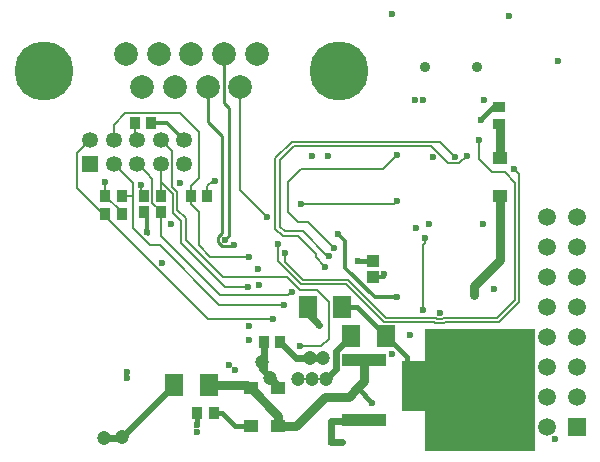
<source format=gbl>
G04 Layer_Physical_Order=4*
G04 Layer_Color=16711680*
%FSLAX44Y44*%
%MOMM*%
G71*
G01*
G75*
%ADD17R,1.1000X1.0500*%
%ADD20R,1.0500X0.9000*%
%ADD22R,0.9000X1.0500*%
%ADD30C,0.3000*%
%ADD31C,0.2000*%
%ADD32C,0.4000*%
%ADD33C,0.6000*%
%ADD34C,0.8000*%
%ADD35C,0.2500*%
%ADD36C,1.3500*%
%ADD37R,1.3500X1.3500*%
%ADD38C,2.0000*%
%ADD39C,5.0000*%
%ADD40R,1.5000X1.5000*%
%ADD41C,1.5000*%
%ADD42C,0.9000*%
%ADD43C,0.6000*%
%ADD44C,1.2000*%
%ADD59R,1.2000X1.1000*%
%ADD60R,1.6000X1.9000*%
%ADD61R,3.8000X1.0000*%
%ADD62R,9.3000X10.4000*%
%ADD63C,0.1524*%
%ADD64R,2.5000X4.2000*%
D17*
X309000Y152250D02*
D03*
Y165750D02*
D03*
D20*
X415000Y296000D02*
D03*
Y282000D02*
D03*
D22*
X154250Y221000D02*
D03*
X168250D02*
D03*
X128786Y207000D02*
D03*
X114786D02*
D03*
X129000Y221000D02*
D03*
X115000D02*
D03*
X82000Y206000D02*
D03*
X96000D02*
D03*
X96000Y221000D02*
D03*
X82000D02*
D03*
X174000Y37000D02*
D03*
X160000D02*
D03*
X216000Y97000D02*
D03*
X230000D02*
D03*
X107000Y283000D02*
D03*
X121000D02*
D03*
D30*
X114786Y208000D02*
X117000Y205786D01*
Y190000D02*
Y205786D01*
Y190000D02*
X118000Y189000D01*
X134000Y283000D02*
X149000Y268000D01*
X121000Y283000D02*
X134000D01*
X318250Y152250D02*
Y154750D01*
X310000Y135000D02*
X329000D01*
X285000Y160000D02*
X310000Y135000D01*
X285000Y160000D02*
Y183000D01*
X279000Y189000D02*
X285000Y183000D01*
X309000Y152250D02*
X318250D01*
D31*
X128000Y179000D02*
X178000Y129000D01*
X120188Y179000D02*
X128000D01*
X105000Y194188D02*
X120188Y179000D01*
X178000Y129000D02*
X233000D01*
X105000Y194188D02*
Y221000D01*
X287460Y149524D02*
X319436Y117548D01*
X286000Y146000D02*
X317976Y114024D01*
X409000Y241000D02*
X420000D01*
X429000Y232000D01*
X168250Y229250D02*
X173000Y234000D01*
X168250Y221000D02*
Y229250D01*
X161000Y179000D02*
Y207000D01*
X154250Y213750D02*
X161000Y207000D01*
X154250Y213750D02*
Y221000D01*
Y229250D01*
X161000Y236000D01*
Y275000D01*
X138274Y228726D02*
X140000Y227000D01*
X150000Y184000D02*
Y202000D01*
X150000D02*
X150000D01*
X143024Y208976D02*
X150000Y202000D01*
X143024Y208976D02*
Y223960D01*
X140000Y226984D02*
X143024Y223960D01*
X140000Y226984D02*
Y227000D01*
X146000Y181000D02*
Y200000D01*
X129000Y233000D02*
X139500Y222500D01*
Y206500D02*
X146000Y200000D01*
X139500Y206500D02*
Y222500D01*
X82000Y221000D02*
Y233000D01*
X105000Y221000D02*
Y232000D01*
X96000Y221000D02*
X105000D01*
X82000D02*
X96000Y207000D01*
X169000Y117000D02*
X224000D01*
X58000Y228000D02*
Y257000D01*
X89000Y248000D02*
X105000Y232000D01*
X112000Y224000D02*
Y230000D01*
Y224000D02*
X115000Y221000D01*
X131500Y184500D02*
X179000Y137000D01*
X146000Y181000D02*
X183000Y144000D01*
X129000Y221000D02*
Y233000D01*
Y248000D01*
X150000Y184000D02*
X182000Y152000D01*
X183000Y144000D02*
X203000D01*
X138274Y228726D02*
Y258726D01*
X107000Y270000D02*
X109000Y268000D01*
X107000Y270000D02*
Y283000D01*
X145226Y290774D02*
X161000Y275000D01*
X98774Y290774D02*
X145226D01*
X89000Y268000D02*
Y281000D01*
X98774Y290774D01*
X109000Y248000D02*
X117000Y240000D01*
X265000Y94000D02*
X271000Y100000D01*
X247000Y94000D02*
X265000D01*
X58000Y257000D02*
X69000Y268000D01*
X271000Y100000D02*
Y131000D01*
X261000Y141000D02*
X271000Y131000D01*
X247000Y141000D02*
X261000D01*
X236000Y152000D02*
X247000Y141000D01*
X182000Y152000D02*
X236000D01*
X179000Y137000D02*
X237000D01*
X240000Y140000D01*
X161000Y179000D02*
X171000Y169000D01*
X204000D01*
X234000Y164985D02*
Y173000D01*
Y164985D02*
X234000Y164985D01*
X228000Y166000D02*
X248000Y146000D01*
X228000Y166000D02*
Y180000D01*
X234000Y164984D02*
X234000Y164985D01*
X234000Y164984D02*
X249460Y149524D01*
X129000Y268000D02*
X138274Y258726D01*
X196400Y225600D02*
Y312800D01*
Y225600D02*
X218500Y203500D01*
X226000Y193343D02*
Y252657D01*
X230000Y195000D02*
Y251000D01*
X326524Y214524D02*
X329000Y217000D01*
X247524Y214524D02*
X326524D01*
X351000Y124000D02*
Y179000D01*
X352999Y180999D02*
Y185000D01*
X351000Y179000D02*
X352999Y180999D01*
X356000Y196688D02*
Y197000D01*
X226000Y193343D02*
X232343Y187000D01*
X230000Y251000D02*
X242000Y263000D01*
X226000Y252657D02*
X240343Y267000D01*
X232343Y187000D02*
X245000D01*
X260000Y169000D02*
Y172000D01*
X245000Y187000D02*
X260000Y172000D01*
X245000Y199000D02*
X253999D01*
X237000Y207000D02*
X245000Y199000D01*
X237000Y207000D02*
Y233000D01*
X248000Y244000D01*
X317000D01*
X329000Y256000D01*
X248000Y146000D02*
X286000D01*
X249460Y149524D02*
X287460D01*
X429000Y133000D02*
Y232000D01*
X428000Y244000D02*
X432524Y239476D01*
Y131540D02*
Y239476D01*
X398000Y252000D02*
X409000Y241000D01*
X398000Y252000D02*
Y268000D01*
X230000Y195000D02*
X234000Y191000D01*
X249000D01*
X270000Y170000D01*
X253999Y199000D02*
X275999Y177000D01*
X260000Y169000D02*
X268000Y161000D01*
X270000Y170000D02*
X271000D01*
X242000Y263000D02*
X358000D01*
X240343Y267000D02*
X365000D01*
X378000Y254000D01*
X372524Y248476D02*
X381476D01*
X388000Y255000D01*
X358000Y263000D02*
X372524Y248476D01*
X413548Y117548D02*
X429000Y133000D01*
X319436Y117548D02*
X361640D01*
X362712Y116476D01*
X367288D01*
X368360Y117548D01*
X413548D01*
X317976Y114024D02*
X360180D01*
X361252Y112952D01*
X368748D01*
X369820Y114024D01*
X415008D01*
X432524Y131540D01*
X58000Y228000D02*
X169000Y117000D01*
X96000Y207000D02*
X96000D01*
D32*
X294750Y127000D02*
X319750Y102000D01*
X282750Y127000D02*
X294750D01*
X410000Y296000D02*
X415000D01*
X400000Y286000D02*
X410000Y296000D01*
X400000Y285000D02*
Y286000D01*
X295000Y58000D02*
X296000D01*
X308000Y46000D01*
X337000Y80000D02*
Y84750D01*
X319750Y102000D02*
X337000Y84750D01*
X296250Y165750D02*
X309000D01*
X160000Y27000D02*
Y37000D01*
X174000D02*
X181000D01*
X192000Y26000D01*
X205000D01*
D33*
X253250Y121750D02*
X263000Y112000D01*
X253250Y121750D02*
Y127000D01*
X255000Y84000D02*
X266000D01*
X255000Y84000D02*
X255000Y84000D01*
X273000Y28000D02*
Y30000D01*
Y20000D02*
Y28000D01*
Y13000D02*
Y20000D01*
Y13000D02*
X282000D01*
X273000Y30000D02*
X300600D01*
X301000Y29600D01*
X95250Y16000D02*
X96250Y17000D01*
X81000Y16000D02*
X95250D01*
X96250Y17000D02*
X140250Y61000D01*
X226000Y58000D02*
X228000D01*
X230000Y97000D02*
X243000Y84000D01*
X255000D01*
X215000Y74000D02*
Y80000D01*
X228000Y58000D02*
Y61000D01*
X269000Y66000D02*
X277476Y74476D01*
Y89274D01*
X290202Y102000D02*
X290250D01*
X277476Y89274D02*
X290202Y102000D01*
X215000Y74000D02*
X228000Y61000D01*
X216000Y74000D02*
Y97000D01*
D34*
X295000Y58000D02*
X301000Y64000D01*
X288000Y51000D02*
X295000Y58000D01*
X394000Y137000D02*
Y145000D01*
X416000Y167000D01*
Y221000D01*
X301000Y64000D02*
Y80400D01*
X268000Y51000D02*
X288000D01*
X243000Y26000D02*
X268000Y51000D01*
X228000Y26000D02*
X243000D01*
X202000Y61000D02*
X205000Y58000D01*
X169750Y61000D02*
X202000D01*
X415000Y222000D02*
X416000Y221000D01*
Y253000D02*
Y281000D01*
X415000Y282000D02*
X416000Y281000D01*
X205000Y58000D02*
X228000Y35000D01*
Y26000D02*
Y35000D01*
D35*
X180608Y236557D02*
Y271534D01*
Y236557D02*
X180774Y236392D01*
Y231608D02*
Y236392D01*
X180608Y231443D02*
X180774Y231608D01*
X180608Y189774D02*
Y231443D01*
X177226Y186392D02*
X180608Y189774D01*
X177226Y181608D02*
Y186392D01*
Y181608D02*
X180608Y178226D01*
X168700Y283443D02*
X180608Y271534D01*
X182550Y299450D02*
X187000Y295000D01*
Y188000D02*
Y295000D01*
X183000Y184000D02*
X187000Y188000D01*
X180608Y178226D02*
X190226D01*
X191000Y179000D01*
X168700Y283443D02*
Y312800D01*
X182550Y299450D02*
Y341200D01*
D36*
X149000Y268000D02*
D03*
X129000D02*
D03*
X109000D02*
D03*
X89000D02*
D03*
X69000D02*
D03*
X149000Y248000D02*
D03*
X129000D02*
D03*
X109000D02*
D03*
X89000D02*
D03*
D37*
X69000D02*
D03*
D38*
X99450Y341200D02*
D03*
X127150D02*
D03*
X154850D02*
D03*
X182550D02*
D03*
X210250D02*
D03*
X113300Y312800D02*
D03*
X141000D02*
D03*
X168700D02*
D03*
X196400D02*
D03*
D39*
X29900Y327000D02*
D03*
X279800D02*
D03*
D40*
X481000Y25600D02*
D03*
D41*
X455600D02*
D03*
X481000Y51000D02*
D03*
X455600D02*
D03*
X481000Y76400D02*
D03*
X455600D02*
D03*
X481000Y101800D02*
D03*
X455600D02*
D03*
X481000Y127200D02*
D03*
X455600D02*
D03*
X481000Y152600D02*
D03*
X455600D02*
D03*
X481000Y178000D02*
D03*
X455600D02*
D03*
X481000Y203400D02*
D03*
X455600D02*
D03*
D42*
X396250Y330500D02*
D03*
X352250D02*
D03*
D43*
X462950Y14950D02*
D03*
X130000Y164000D02*
D03*
X325000Y87000D02*
D03*
X400000Y285000D02*
D03*
X403000Y302000D02*
D03*
X308000Y46000D02*
D03*
X348269Y51530D02*
D03*
X341159D02*
D03*
X394000Y137000D02*
D03*
X365000Y122000D02*
D03*
X340000Y103000D02*
D03*
X348269Y72860D02*
D03*
Y65750D02*
D03*
Y58640D02*
D03*
X341159Y72860D02*
D03*
Y65750D02*
D03*
Y58640D02*
D03*
X273000Y20000D02*
D03*
Y28000D02*
D03*
X282000Y13000D02*
D03*
X273000D02*
D03*
X175000Y234000D02*
D03*
X82000Y233000D02*
D03*
X112000Y230000D02*
D03*
X138000Y197000D02*
D03*
X117000Y190000D02*
D03*
X247000Y94000D02*
D03*
X224000Y117000D02*
D03*
X203000Y144000D02*
D03*
X212250Y145250D02*
D03*
X204000Y169000D02*
D03*
X234000Y173000D02*
D03*
X228000Y180000D02*
D03*
X240000Y140000D02*
D03*
X233000Y129000D02*
D03*
X263000Y112000D02*
D03*
X218500Y203500D02*
D03*
X145000Y232000D02*
D03*
X191000Y179000D02*
D03*
X183000Y184000D02*
D03*
X296250Y165750D02*
D03*
X465500Y335500D02*
D03*
X329000Y217000D02*
D03*
X247524Y214524D02*
D03*
X204000Y99000D02*
D03*
Y111000D02*
D03*
X270750Y255000D02*
D03*
X257250Y254750D02*
D03*
X211250Y158750D02*
D03*
X351000Y124000D02*
D03*
X411000Y142000D02*
D03*
X401500Y197500D02*
D03*
X351250Y302250D02*
D03*
X325000Y375000D02*
D03*
X423500Y373500D02*
D03*
X345250Y193750D02*
D03*
X352999Y185000D02*
D03*
X356000Y197000D02*
D03*
X344250Y302250D02*
D03*
X329000Y256000D02*
D03*
X428000Y244000D02*
D03*
X398000Y268000D02*
D03*
X160000Y21000D02*
D03*
X160000Y27000D02*
D03*
X187000Y78000D02*
D03*
X191763Y73238D02*
D03*
X318250Y154750D02*
D03*
X329000Y135000D02*
D03*
X275999Y177000D02*
D03*
X268000Y161000D02*
D03*
X271000Y170000D02*
D03*
X279000Y189000D02*
D03*
X388000Y255000D02*
D03*
X378000Y254000D02*
D03*
X359000Y254000D02*
D03*
X100000Y67000D02*
D03*
Y72000D02*
D03*
D44*
X221000Y67000D02*
D03*
X266000Y84000D02*
D03*
X81000Y16000D02*
D03*
X96250Y17000D02*
D03*
X245194Y66194D02*
D03*
X255000Y84000D02*
D03*
X257000Y66194D02*
D03*
X269000Y66000D02*
D03*
X215000Y80000D02*
D03*
D59*
X416000Y221000D02*
D03*
Y253000D02*
D03*
X205000Y58000D02*
D03*
Y26000D02*
D03*
X228000Y26000D02*
D03*
Y58000D02*
D03*
D60*
X169750Y61000D02*
D03*
X140250D02*
D03*
X282750Y127000D02*
D03*
X253250D02*
D03*
X319750Y102000D02*
D03*
X290250D02*
D03*
D61*
X301000Y31600D02*
D03*
Y82400D02*
D03*
D62*
X399500Y57000D02*
D03*
D63*
X121786Y215000D02*
Y235214D01*
X117000Y240000D02*
X121786Y235214D01*
X128786Y187214D02*
X131500Y184500D01*
X121786Y215000D02*
X128786Y208000D01*
Y187214D02*
Y207000D01*
Y208000D01*
D64*
X345500Y60000D02*
D03*
M02*

</source>
